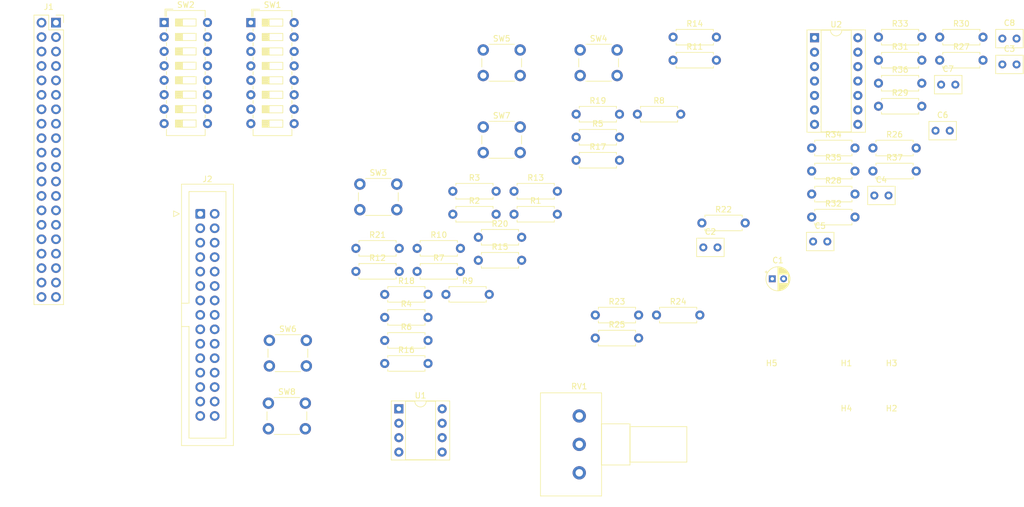
<source format=kicad_pcb>
(kicad_pcb (version 20211014) (generator pcbnew)
  (layers (0 "F.Cu" signal) (31 "B.Cu" signal) (34 "B.Paste" user) (35 "F.Paste" user) (36 "B.SilkS" user "B.Silkscreen") (37 "F.SilkS" user "F.Silkscreen") (38 "B.Mask" user) (39 "F.Mask" user) (44 "Edge.Cuts" user))
  (net 0 "")
  (net 1 "Net-(C1-Pad1)")
  (net 2 "GND")
  (net 3 "Net-(C2-Pad1)")
  (net 4 "Net-(C3-Pad1)")
  (net 5 "Net-(C4-Pad1)")
  (net 6 "Net-(C5-Pad1)")
  (net 7 "Net-(C6-Pad1)")
  (net 8 "Net-(C7-Pad1)")
  (net 9 "Net-(C8-Pad1)")
  (net 10 "/Clock/CLOCK_OUT")
  (net 11 "/TRIG2")
  (net 12 "/CLOCK_SEL")
  (net 13 "/TRIG1")
  (net 14 "Net-(J1-Pad5)")
  (net 15 "/D0")
  (net 16 "Net-(J1-Pad7)")
  (net 17 "/D1")
  (net 18 "Net-(J1-Pad9)")
  (net 19 "/D2")
  (net 20 "+5V")
  (net 21 "Net-(J1-Pad13)")
  (net 22 "/D3")
  (net 23 "Net-(J1-Pad15)")
  (net 24 "/D4")
  (net 25 "Net-(J1-Pad17)")
  (net 26 "/D5")
  (net 27 "Net-(J1-Pad19)")
  (net 28 "/D6")
  (net 29 "Net-(J1-Pad21)")
  (net 30 "/D7")
  (net 31 "Net-(J1-Pad23)")
  (net 32 "/D8")
  (net 33 "Net-(J1-Pad25)")
  (net 34 "/D9")
  (net 35 "Net-(J1-Pad27)")
  (net 36 "/D10")
  (net 37 "+3V3")
  (net 38 "Net-(J1-Pad31)")
  (net 39 "/D11")
  (net 40 "Net-(J1-Pad33)")
  (net 41 "/D12")
  (net 42 "Net-(J1-Pad35)")
  (net 43 "/D13")
  (net 44 "Net-(J1-Pad37)")
  (net 45 "/D14")
  (net 46 "Net-(J1-Pad39)")
  (net 47 "/D15")
  (net 56 "/DebounceCircuit3/DBC1")
  (net 57 "/DebounceCircuit3/DBC2")
  (net 58 "/DebounceCircuit3/DBC3")
  (net 59 "/DebounceCircuit3/DBC4")
  (net 60 "/DebounceCircuit3/DBC5")
  (net 61 "Net-(R22-Pad2)")
  (net 62 "Net-(R23-Pad2)")
  (net 63 "Net-(R24-Pad1)")
  (net 64 "/DebounceCircuit3/SW_IN_1")
  (net 65 "/DebounceCircuit3/SW_IN_2")
  (net 66 "/DebounceCircuit3/SW_IN_3")
  (net 67 "/DebounceCircuit3/SW_IN_4")
  (net 68 "/DebounceCircuit3/SW_IN_5")
  (net 69 "/DebounceCircuit3/SW_IN_6")
  (footprint "Resistor_THT:R_Axial_DIN0207_L6.3mm_D2.5mm_P7.62mm_Horizontal" (layer "F.Cu") (at 107.295199 71.59)
    (fp_text reference "R3" (at 3.81 -2.37) (layer "F.SilkS"))
    (fp_text value "10k")
    (pad "1" thru_hole circle (at 0 0) (size 1.6 1.6) (drill 0.8) (layers *.Cu *.Mask) (net 37 "+3V3"))
    (pad "2" thru_hole oval (at 7.62 0) (size 1.6 1.6) (drill 0.8) (layers *.Cu *.Mask) (net 16 "Net-(J1-Pad7)"))
  )
  (footprint "Button_Switch_THT:SW_PUSH_6mm" (layer "F.Cu") (at 74.855 108.875)
    (fp_text reference "SW8" (at 3.25 -2) (layer "F.SilkS"))
    (fp_text value "SW_SPST")
    (pad "1" thru_hole circle (at 6.5 0 90) (size 2 2) (drill 1.1) (layers *.Cu *.Mask) (net 2 "GND"))
    (pad "1" thru_hole circle (at 0 0 90) (size 2 2) (drill 1.1) (layers *.Cu *.Mask) (net 2 "GND"))
    (pad "2" thru_hole circle (at 0 4.5 90) (size 2 2) (drill 1.1) (layers *.Cu *.Mask) (net 69 "/DebounceCircuit3/SW_IN_6"))
    (pad "2" thru_hole circle (at 6.5 4.5 90) (size 2 2) (drill 1.1) (layers *.Cu *.Mask) (net 69 "/DebounceCircuit3/SW_IN_6"))
  )
  (footprint "Resistor_THT:R_Axial_DIN0207_L6.3mm_D2.5mm_P7.62mm_Horizontal" (layer "F.Cu") (at 182.175199 48.54)
    (fp_text reference "R31" (at 3.81 -2.37) (layer "F.SilkS"))
    (fp_text value "10k")
    (pad "1" thru_hole circle (at 0 0) (size 1.6 1.6) (drill 0.8) (layers *.Cu *.Mask) (net 65 "/DebounceCircuit3/SW_IN_2"))
    (pad "2" thru_hole oval (at 7.62 0) (size 1.6 1.6) (drill 0.8) (layers *.Cu *.Mask) (net 5 "Net-(C4-Pad1)"))
  )
  (footprint "Resistor_THT:R_Axial_DIN0207_L6.3mm_D2.5mm_P7.62mm_Horizontal" (layer "F.Cu") (at 182.175199 44.49)
    (fp_text reference "R33" (at 3.81 -2.37) (layer "F.SilkS"))
    (fp_text value "10k")
    (pad "1" thru_hole circle (at 0 0) (size 1.6 1.6) (drill 0.8) (layers *.Cu *.Mask) (net 67 "/DebounceCircuit3/SW_IN_4"))
    (pad "2" thru_hole oval (at 7.62 0) (size 1.6 1.6) (drill 0.8) (layers *.Cu *.Mask) (net 7 "Net-(C6-Pad1)"))
  )
  (footprint "Resistor_THT:R_Axial_DIN0207_L6.3mm_D2.5mm_P7.62mm_Horizontal" (layer "F.Cu") (at 143.13 93.375)
    (fp_text reference "R24" (at 3.81 -2.37) (layer "F.SilkS"))
    (fp_text value "10k")
    (pad "1" thru_hole circle (at 0 0) (size 1.6 1.6) (drill 0.8) (layers *.Cu *.Mask) (net 63 "Net-(R24-Pad1)"))
    (pad "2" thru_hole oval (at 7.62 0) (size 1.6 1.6) (drill 0.8) (layers *.Cu *.Mask) (net 10 "/Clock/CLOCK_OUT"))
  )
  (footprint "Resistor_THT:R_Axial_DIN0207_L6.3mm_D2.5mm_P7.62mm_Horizontal" (layer "F.Cu") (at 95.315199 101.89)
    (fp_text reference "R16" (at 3.81 -2.37) (layer "F.SilkS"))
    (fp_text value "10k")
    (pad "1" thru_hole circle (at 0 0) (size 1.6 1.6) (drill 0.8) (layers *.Cu *.Mask) (net 37 "+3V3"))
    (pad "2" thru_hole oval (at 7.62 0) (size 1.6 1.6) (drill 0.8) (layers *.Cu *.Mask) (net 46 "Net-(J1-Pad39)"))
  )
  (footprint "Resistor_THT:R_Axial_DIN0207_L6.3mm_D2.5mm_P7.62mm_Horizontal" (layer "F.Cu") (at 151.11 77.175)
    (fp_text reference "R22" (at 3.81 -2.37) (layer "F.SilkS"))
    (fp_text value "1K")
    (pad "1" thru_hole circle (at 0 0) (size 1.6 1.6) (drill 0.8) (layers *.Cu *.Mask) (net 20 "+5V"))
    (pad "2" thru_hole oval (at 7.62 0) (size 1.6 1.6) (drill 0.8) (layers *.Cu *.Mask) (net 61 "Net-(R22-Pad2)"))
  )
  (footprint "Resistor_THT:R_Axial_DIN0207_L6.3mm_D2.5mm_P7.62mm_Horizontal" (layer "F.Cu") (at 128.995199 62.09)
    (fp_text reference "R5" (at 3.81 -2.37) (layer "F.SilkS"))
    (fp_text value "10k")
    (pad "1" thru_hole circle (at 0 0) (size 1.6 1.6) (drill 0.8) (layers *.Cu *.Mask) (net 37 "+3V3"))
    (pad "2" thru_hole oval (at 7.62 0) (size 1.6 1.6) (drill 0.8) (layers *.Cu *.Mask) (net 18 "Net-(J1-Pad9)"))
  )
  (footprint "Resistor_THT:R_Axial_DIN0207_L6.3mm_D2.5mm_P7.62mm_Horizontal" (layer "F.Cu") (at 128.995199 58.04)
    (fp_text reference "R19" (at 3.81 -2.37) (layer "F.SilkS"))
    (fp_text value "1k")
    (pad "1" thru_hole circle (at 0 0) (size 1.6 1.6) (drill 0.8) (layers *.Cu *.Mask) (net 58 "/DebounceCircuit3/DBC3"))
    (pad "2" thru_hole oval (at 7.62 0) (size 1.6 1.6) (drill 0.8) (layers *.Cu *.Mask) (net 15 "/D0"))
  )
  (footprint "Resistor_THT:R_Axial_DIN0207_L6.3mm_D2.5mm_P7.62mm_Horizontal" (layer "F.Cu") (at 90.245199 85.69)
    (fp_text reference "R12" (at 3.81 -2.37) (layer "F.SilkS"))
    (fp_text value "10k")
    (pad "1" thru_hole circle (at 0 0) (size 1.6 1.6) (drill 0.8) (layers *.Cu *.Mask) (net 37 "+3V3"))
    (pad "2" thru_hole oval (at 7.62 0) (size 1.6 1.6) (drill 0.8) (layers *.Cu *.Mask) (net 42 "Net-(J1-Pad35)"))
  )
  (footprint "Resistor_THT:R_Axial_DIN0207_L6.3mm_D2.5mm_P7.62mm_Horizontal" (layer "F.Cu") (at 192.945199 48.54)
    (fp_text reference "R27" (at 3.81 -2.37) (layer "F.SilkS"))
    (fp_text value "10k")
    (pad "1" thru_hole circle (at 0 0) (size 1.6 1.6) (drill 0.8) (layers *.Cu *.Mask) (net 65 "/DebounceCircuit3/SW_IN_2"))
    (pad "2" thru_hole oval (at 7.62 0) (size 1.6 1.6) (drill 0.8) (layers *.Cu *.Mask) (net 37 "+3V3"))
  )
  (footprint "Resistor_THT:R_Axial_DIN0207_L6.3mm_D2.5mm_P7.62mm_Horizontal" (layer "F.Cu") (at 170.425199 72.09)
    (fp_text reference "R28" (at 3.81 -2.37) (layer "F.SilkS"))
    (fp_text value "10k")
    (pad "1" thru_hole circle (at 0 0) (size 1.6 1.6) (drill 0.8) (layers *.Cu *.Mask) (net 66 "/DebounceCircuit3/SW_IN_3"))
    (pad "2" thru_hole oval (at 7.62 0) (size 1.6 1.6) (drill 0.8) (layers *.Cu *.Mask) (net 37 "+3V3"))
  )
  (footprint "MountingHole:MountingHole_8.4mm_M8" (layer "F.Cu") (at 163.38 111.245)
    (fp_text reference "H5" (at 0 -9.4) (layer "F.SilkS"))
    (fp_text value "Potentiometer Hole")
    (pad "" np_thru_hole circle (at 0 0) (size 8.4 8.4) (drill 8.4) (layers *.Cu *.Mask))
  )
  (footprint "Button_Switch_THT:SW_PUSH_6mm" (layer "F.Cu") (at 112.645199 46.74)
    (fp_text reference "SW5" (at 3.25 -2) (layer "F.SilkS"))
    (fp_text value "SW_Push")
    (pad "1" thru_hole circle (at 0 0 90) (size 2 2) (drill 1.1) (layers *.Cu *.Mask) (net 2 "GND"))
    (pad "1" thru_hole circle (at 6.5 0 90) (size 2 2) (drill 1.1) (layers *.Cu *.Mask) (net 2 "GND"))
    (pad "2" thru_hole circle (at 6.5 4.5 90) (size 2 2) (drill 1.1) (layers *.Cu *.Mask) (net 66 "/DebounceCircuit3/SW_IN_3"))
    (pad "2" thru_hole circle (at 0 4.5 90) (size 2 2) (drill 1.1) (layers *.Cu *.Mask) (net 66 "/DebounceCircuit3/SW_IN_3"))
  )
  (footprint "Resistor_THT:R_Axial_DIN0207_L6.3mm_D2.5mm_P7.62mm_Horizontal" (layer "F.Cu") (at 181.195199 68.04)
    (fp_text reference "R37" (at 3.81 -2.37) (layer "F.SilkS"))
    (fp_text value "10k")
    (pad "1" thru_hole circle (at 0 0) (size 1.6 1.6) (drill 0.8) (layers *.Cu *.Mask) (net 69 "/DebounceCircuit3/SW_IN_6"))
    (pad "2" thru_hole oval (at 7.62 0) (size 1.6 1.6) (drill 0.8) (layers *.Cu *.Mask) (net 9 "Net-(C8-Pad1)"))
  )
  (footprint "Resistor_THT:R_Axial_DIN0207_L6.3mm_D2.5mm_P7.62mm_Horizontal" (layer "F.Cu") (at 101.015199 85.69)
    (fp_text reference "R7" (at 3.81 -2.37) (layer "F.SilkS"))
    (fp_text value "10k")
    (pad "1" thru_hole circle (at 0 0) (size 1.6 1.6) (drill 0.8) (layers *.Cu *.Mask) (net 37 "+3V3"))
    (pad "2" thru_hole oval (at 7.62 0) (size 1.6 1.6) (drill 0.8) (layers *.Cu *.Mask) (net 21 "Net-(J1-Pad13)"))
  )
  (footprint "Button_Switch_THT:SW_PUSH_6mm" (layer "F.Cu") (at 75.03 97.83)
    (fp_text reference "SW6" (at 3.25 -2) (layer "F.SilkS"))
    (fp_text value "SW_Push")
    (pad "1" thru_hole circle (at 6.5 0 90) (size 2 2) (drill 1.1) (layers *.Cu *.Mask) (net 2 "GND"))
    (pad "1" thru_hole circle (at 0 0 90) (size 2 2) (drill 1.1) (layers *.Cu *.Mask) (net 2 "GND"))
    (pad "2" thru_hole circle (at 0 4.5 90) (size 2 2) (drill 1.1) (layers *.Cu *.Mask) (net 67 "/DebounceCircuit3/SW_IN_4"))
    (pad "2" thru_hole circle (at 6.5 4.5 90) (size 2 2) (drill 1.1) (layers *.Cu *.Mask) (net 67 "/DebounceCircuit3/SW_IN_4"))
  )
  (footprint "Capacitor_THT:CP_Radial_D4.0mm_P2.00mm" (layer "F.Cu") (at 163.492401 86.995)
    (fp_text reference "C1" (at 1 -3.25) (layer "F.SilkS"))
    (fp_text value "1uF")
    (pad "1" thru_hole rect (at 0 0) (size 1.2 1.2) (drill 0.6) (layers *.Cu *.Mask) (net 1 "Net-(C1-Pad1)"))
    (pad "2" thru_hole circle (at 2 0) (size 1.2 1.2) (drill 0.6) (layers *.Cu *.Mask) (net 2 "GND"))
  )
  (footprint "Potentiometer_THT:Potentiometer_Alps_RK163_Single_Horizontal" (layer "F.Cu") (at 129.54 121.125)
    (fp_text reference "RV1" (at 0 -15.2) (layer "F.SilkS"))
    (fp_text value "1M")
    (pad "1" thru_hole circle (at 0 0) (size 2.34 2.34) (drill 1.3) (layers *.Cu *.Mask))
    (pad "2" thru_hole circle (at 0 -5) (size 2.34 2.34) (drill 1.3) (layers *.Cu *.Mask) (net 62 "Net-(R23-Pad2)"))
    (pad "3" thru_hole circle (at 0 -10) (size 2.34 2.34) (drill 1.3) (layers *.Cu *.Mask) (net 1 "Net-(C1-Pad1)"))
  )
  (footprint "Resistor_THT:R_Axial_DIN0207_L6.3mm_D2.5mm_P7.62mm_Horizontal" (layer "F.Cu") (at 170.425199 76.14)
    (fp_text reference "R32" (at 3.81 -2.37) (layer "F.SilkS"))
    (fp_text value "10k")
    (pad "1" thru_hole circle (at 0 0) (size 1.6 1.6) (drill 0.8) (layers *.Cu *.Mask) (net 66 "/DebounceCircuit3/SW_IN_3"))
    (pad "2" thru_hole oval (at 7.62 0) (size 1.6 1.6) (drill 0.8) (layers *.Cu *.Mask) (net 6 "Net-(C5-Pad1)"))
  )
  (footprint "Capacitor_THT:C_Rect_L4.6mm_W3.0mm_P2.50mm_MKS02_FKP02" (layer "F.Cu") (at 170.675199 80.44)
    (fp_text reference "C5" (at 1.25 -2.75) (layer "F.SilkS"))
    (fp_text value "100nF")
    (pad "1" thru_hole circle (at 0 0) (size 1.4 1.4) (drill 0.7) (layers *.Cu *.Mask) (net 6 "Net-(C5-Pad1)"))
    (pad "2" thru_hole circle (at 2.5 0) (size 1.4 1.4) (drill 0.7) (layers *.Cu *.Mask) (net 2 "GND"))
  )
  (footprint "Resistor_THT:R_Axial_DIN0207_L6.3mm_D2.5mm_P7.62mm_Horizontal" (layer "F.Cu") (at 111.785199 83.74)
    (fp_text reference "R15" (at 3.81 -2.37) (layer "F.SilkS"))
    (fp_text value "10k")
    (pad "1" thru_hole circle (at 0 0) (size 1.6 1.6) (drill 0.8) (layers *.Cu *.Mask) (net 37 "+3V3"))
    (pad "2" thru_hole oval (at 7.62 0) (size 1.6 1.6) (drill 0.8) (layers *.Cu *.Mask) (net 29 "Net-(J1-Pad21)"))
  )
  (footprint "Resistor_THT:R_Axial_DIN0207_L6.3mm_D2.5mm_P7.62mm_Horizontal" (layer "F.Cu") (at 90.245199 81.64)
    (fp_text reference "R21" (at 3.81 -2.37) (layer "F.SilkS"))
    (fp_text value "1k")
    (pad "1" thru_hole circle (at 0 0) (size 1.6 1.6) (drill 0.8) (layers *.Cu *.Mask) (net 60 "/DebounceCircuit3/DBC5"))
    (pad "2" thru_hole oval (at 7.62 0) (size 1.6 1.6) (drill 0.8) (layers *.Cu *.Mask) (net 19 "/D2"))
  )
  (footprint "Resistor_THT:R_Axial_DIN0207_L6.3mm_D2.5mm_P7.62mm_Horizontal" (layer "F.Cu") (at 182.175199 52.59)
    (fp_text reference "R36" (at 3.81 -2.37) (layer "F.SilkS"))
    (fp_text value "10k")
    (pad "1" thru_hole circle (at 0 0) (size 1.6 1.6) (drill 0.8) (layers *.Cu *.Mask) (net 68 "/DebounceCircuit3/SW_IN_5"))
    (pad "2" thru_hole oval (at 7.62 0) (size 1.6 1.6) (drill 0.8) (layers *.Cu *.Mask) (net 8 "Net-(C7-Pad1)"))
  )
  (footprint "Resistor_THT:R_Axial_DIN0207_L6.3mm_D2.5mm_P7.62mm_Horizontal" (layer "F.Cu") (at 132.36 93.375)
    (fp_text reference "R23" (at 3.81 -2.37) (layer "F.SilkS"))
    (fp_text value "1K")
    (pad "1" thru_hole circle (at 0 0) (size 1.6 1.6) (drill 0.8) (layers *.Cu *.Mask) (net 61 "Net-(R22-Pad2)"))
    (pad "2" thru_hole oval (at 7.62 0) (size 1.6 1.6) (drill 0.8) (layers *.Cu *.Mask) (net 62 "Net-(R23-Pad2)"))
  )
  (footprint "Resistor_THT:R_Axial_DIN0207_L6.3mm_D2.5mm_P7.62mm_Horizontal" (layer "F.Cu") (at 106.085199 89.74)
    (fp_text reference "R9" (at 3.81 -2.37) (layer "F.SilkS"))
    (fp_text value "10k")
    (pad "1" thru_hole circle (at 0 0) (size 1.6 1.6) (drill 0.8) (layers *.Cu *.Mask) (net 37 "+3V3"))
    (pad "2" thru_hole oval (at 7.62 0) (size 1.6 1.6) (drill 0.8) (layers *.Cu *.Mask) (net 23 "Net-(J1-Pad15)"))
  )
  (footprint "MountingHole:MountingHole_3.2mm_M3" (layer "F.Cu") (at 176.53 113.995)
    (fp_text reference "H4" (at 0 -4.2) (layer "F.SilkS"))
    (fp_text value "MountingHole")
    (pad "" np_thru_hole circle (at 0 0) (size 3.2 3.2) (drill 3.2) (layers *.Cu *.Mask))
  )
  (footprint "Resistor_THT:R_Axial_DIN0207_L6.3mm_D2.5mm_P7.62mm_Horizontal" (layer "F.Cu") (at 95.315199 97.84)
    (fp_text reference "R6" (at 3.81 -2.37) (layer "F.SilkS"))
    (fp_text value "10k")
    (pad "1" thru_hole circle (at 0 0) (size 1.6 1.6) (drill 0.8) (layers *.Cu *.Mask) (net 37 "+3V3"))
    (pad "2" thru_hole oval (at 7.62 0) (size 1.6 1.6) (drill 0.8) (layers *.Cu *.Mask) (net 35 "Net-(J1-Pad27)"))
  )
  (footprint "Resistor_THT:R_Axial_DIN0207_L6.3mm_D2.5mm_P7.62mm_Horizontal" (layer "F.Cu") (at 95.315199 89.74)
    (fp_text reference "R18" (at 3.81 -2.37) (layer "F.SilkS"))
    (fp_text value "1k")
    (pad "1" thru_hole circle (at 0 0) (size 1.6 1.6) (drill 0.8) (layers *.Cu *.Mask) (net 57 "/DebounceCircuit3/DBC2"))
    (pad "2" thru_hole oval (at 7.62 0) (size 1.6 1.6) (drill 0.8) (layers *.Cu *.Mask) (net 11 "/TRIG2"))
  )
  (footprint "Button_Switch_THT:SW_DIP_SPSTx08_Slide_6.7x21.88mm_W7.62mm_P2.54mm_LowProfile" (layer "F.Cu") (at 56.515 41.91)
    (fp_text reference "SW2" (at 3.81 -3.11) (layer "F.SilkS"))
    (fp_text value "SW_DIP_x08")
    (pad "1" thru_hole rect (at 0 0) (size 1.6 1.6) (drill 0.8) (layers *.Cu *.Mask) (net 2 "GND"))
    (pad "2" thru_hole oval (at 0 2.54) (size 1.6 1.6) (drill 0.8) (layers *.Cu *.Mask) (net 2 "GND"))
    (pad "3" thru_hole oval (at 0 5.08) (size 1.6 1.6) (drill 0.8) (layers *.Cu *.Mask) (net 2 "GND"))
    (pad "4" thru_hole oval (at 0 7.62) (size 1.6 1.6) (drill 0.8) (layers *.Cu *.Mask) (net 2 "GND"))
    (pad "5" thru_hole oval (at 0 10.16) (size 1.6 1.6) (drill 0.8) (layers *.Cu *.Mask) (net 2 "GND"))
    (pad "6" thru_hole oval (at 0 12.7) (size 1.6 1.6) (drill 0.8) (layers *.Cu *.Mask) (net 2 "GND"))
    (pad "7" thru_hole oval (at 0 15.24) (size 1.6 1.6) (drill 0.8) (layers *.Cu *.Mask) (net 2 "GND"))
    (pad "8" thru_hole oval (at 0 17.78) (size 1.6 1.6) (drill 0.8) (layers *.Cu *.Mask) (net 2 "GND"))
    (pad "9" thru_hole oval (at 7.62 17.78) (size 1.6 1.6) (drill 0.8) (layers *.Cu *.Mask) (net 46 "Net-(J1-Pad39)"))
    (pad "10" thru_hole oval (at 7.62 15.24) (size 1.6 1.6) (drill 0.8) (layers *.Cu *.Mask) (net 44 "Net-(J1-Pad37)"))
    (pad "11" thru_hole oval (at 7.62 12.7) (size 1.6 1.6) (drill 0.8) (layers *.Cu *.Mask) (net 42 "Net-(J1-Pad35)"))
    (pad "12" thru_hole oval (at 7.62 10.16) (size 1.6 1.6) (drill 0.8) (layers *.Cu *.Mask) (net 40 "Net-(J1-Pad33)"))
    (pad "13" thru_hole oval (at 7.62 7.62) (size 1.6 1.6) (drill 0.8) (layers *.Cu *.Mask) (net 38 "Net-(J1-Pad31)"))
    (pad "14" thru_hole oval (at 7.62 5.08) (size 1.6 1.6) (drill 0.8) (layers *.Cu *.Mask) (net 35 "Net-(J1-Pad27)"))
    (pad "15" thru_hole oval (at 7.62 2.54) (size 1.6 1.6) (drill 0.8) (layers *.Cu *.Mask) (net 33 "Net-(J1-Pad25)"))
    (pad "16" thru_hole oval (at 7.62 0) (size 1.6 1.6) (drill 0.8) (layers *.Cu *.Mask) (net 31 "Net-(J1-Pad23)"))
  )
  (footprint "Resistor_THT:R_Axial_DIN0207_L6.3mm_D2.5mm_P7.62mm_Horizontal" (layer "F.Cu") (at 170.425199 63.99)
    (fp_text reference "R34" (at 3.81 -2.37) (layer "F.SilkS"))
    (fp_text value "10k")
    (pad "1" thru_hole circle (at 0 0) (size 1.6 1.6) (drill 0.8) (layers *.Cu *.Mask) (net 68 "/DebounceCircuit3/SW_IN_5"))
    (pad "2" thru_hole oval (at 7.62 0) (size 1.6 1.6) (drill 0.8) (layers *.Cu *.Mask) (net 37 "+3V3"))
  )
  (footprint "Button_Switch_THT:SW_PUSH_6mm" (layer "F.Cu") (at 112.645199 60.29)
    (fp_text reference "SW7" (at 3.25 -2) (layer "F.SilkS"))
    (fp_text value "SW_Push")
    (pad "1" thru_hole circle (at 0 0 90) (size 2 2) (drill 1.1) (layers *.Cu *.Mask) (net 2 "GND"))
    (pad "1" thru_hole circle (at 6.5 0 90) (size 2 2) (drill 1.1) (layers *.Cu *.Mask) (net 2 "GND"))
    (pad "2" thru_hole circle (at 6.5 4.5 90) (size 2 2) (drill 1.1) (layers *.Cu *.Mask) (net 68 "/DebounceCircuit3/SW_IN_5"))
    (pad "2" thru_hole circle (at 0 4.5 90) (size 2 2) (drill 1.1) (layers *.Cu *.Mask) (net 68 "/DebounceCircuit3/SW_IN_5"))
  )
  (footprint "Capacitor_THT:C_Rect_L4.6mm_W3.0mm_P2.50mm_MKS02_FKP02" (layer "F.Cu") (at 151.36 81.475)
    (fp_text reference "C2" (at 1.25 -2.75) (layer "F.SilkS"))
    (fp_text value "10nF")
    (pad "1" thru_hole circle (at 0 0) (size 1.4 1.4) (drill 0.7) (layers *.Cu *.Mask) (net 3 "Net-(C2-Pad1)"))
    (pad "2" thru_hole circle (at 2.5 0) (size 1.4 1.4) (drill 0.7) (layers *.Cu *.Mask) (net 2 "GND"))
  )
  (footprint "MountingHole:MountingHole_3.2mm_M3" (layer "F.Cu") (at 176.53 106.045)
    (fp_text reference "H1" (at 0 -4.2) (layer "F.SilkS"))
    (fp_text value "MountingHole")
    (pad "" np_thru_hole circle (at 0 0) (size 3.2 3.2) (drill 3.2) (layers *.Cu *.Mask))
  )
  (footprint "Resistor_THT:R_Axial_DIN0207_L6.3mm_D2.5mm_P7.62mm_Horizontal" (layer "F.Cu") (at 192.945199 44.49)
    (fp_text reference "R30" (at 3.81 -2.37) (layer "F.SilkS"))
    (fp_text value "10k")
    (pad "1" thru_hole circle (at 0 0) (size 1.6 1.6) (drill 0.8) (layers *.Cu *.Mask) (net 64 "/DebounceCircuit3/SW_IN_1"))
    (pad "2" thru_hole oval (at 7.62 0) (size 1.6 1.6) (drill 0.8) (layers *.Cu *.Mask) (net 4 "Net-(C3-Pad1)"))
  )
  (footprint "Resistor_THT:R_Axial_DIN0207_L6.3mm_D2.5mm_P7.62mm_Horizontal" (layer "F.Cu") (at 107.295199 75.64)
    (fp_text reference "R2" (at 3.81 -2.37) (layer "F.SilkS"))
    (fp_text value "10k")
    (pad "1" thru_hole circle (at 0 0) (size 1.6 1.6) (drill 0.8) (layers *.Cu *.Mask) (net 37 "+3V3"))
    (pad "2" thru_hole oval (at 7.62 0) (size 1.6 1.6) (drill 0.8) (layers *.Cu *.Mask) (net 31 "Net-(J1-Pad23)"))
  )
  (footprint "Resistor_THT:R_Axial_DIN0207_L6.3mm_D2.5mm_P7.62mm_Horizontal" (layer "F.Cu") (at 128.995199 66.14)
    (fp_text reference "R17" (at 3.81 -2.37) (layer "F.SilkS"))
    (fp_text value "1k")
    (pad "1" thru_hole circle (at 0 0) (size 1.6 1.6) (drill 0.8) (layers *.Cu *.Mask) (net 56 "/DebounceCircuit3/DBC1"))
    (pad "2" thru_hole oval (at 7.62 0) (size 1.6 1.6) (drill 0.8) (layers *.Cu *.Mask) (net 13 "/TRIG1"))
  )
  (footprint "Connector_PinSocket_2.54mm:PinSocket_2x20_P2.54mm_Vertical" (layer "F.Cu") (at 37.485 41.94)
    (fp_text reference "J1" (at -1.27 -2.77) (layer "F.SilkS"))
    (fp_text value "Conn_02x20_Odd_Even")
    (pad "1" thru_hole rect (at 0 0) (size 1.7 1.7) (drill 1) (layers *.Cu *.Mask) (net 10 "/Clock/CLOCK_OUT"))
    (pad "2" thru_hole oval (at -2.54 0) (size 1.7 1.7) (drill 1) (layers *.Cu *.Mask) (net 11 "/TRIG2"))
    (pad "3" thru_hole oval (at 0 2.54) (size 1.7 1.7) (drill 1) (layers *.Cu *.Mask) (net 12 "/CLOCK_SEL"))
    (pad "4" thru_hole oval (at -2.54 2.54) (size 1.7 1.7) (drill 1) (layers *.Cu *.Mask) (net 13 "/TRIG1"))
    (pad "5" thru_hole oval (at 0 5.08) (size 1.7 1.7) (drill 1) (layers *.Cu *.Mask) (net 14 "Net-(J1-Pad5)"))
    (pad "6" thru_hole oval (at -2.54 5.08) (size 1.7 1.7) (drill 1) (layers *.Cu *.Mask) (net 15 "/D0"))
    (pad "7" thru_hole oval (at 0 7.62) (size 1.7 1.7) (drill 1) (layers *.Cu *.Mask) (net 16 "Net-(J1-Pad7)"))
    (pad "8" thru_hole oval (at -2.54 7.62) (size 1.7 1.7) (drill 1) (layers *.Cu *.Mask) (net 17 "/D1"))
    (pad "9" thru_hole oval (at 0 10.16) (size 1.7 1.7) (drill 1) (layers *.Cu *.Mask) (net 18 "Net-(J1-Pad9)"))
    (pad "10" thru_hole oval (at -2.54 10.16) (size 1.7 1.7) (drill 1) (layers *.Cu *.Mask) (net 19 "/D2"))
    (pad "11" thru_hole oval (at 0 12.7) (size 1.7 1.7) (drill 1) (layers *.Cu *.Mask) (net 20 "+5V"))
    (pad "12" thru_hole oval (at -2.54 12.7) (size 1.7 1.7) (drill 1) (layers *.Cu *.Mask) (net 2 "GND"))
    (pad "13" thru_hole oval (at 0 15.24) (size 1.7 1.7) (drill 1) (layers *.Cu *.Mask) (net 21 "Net-(J1-Pad13)"))
    (pad "14" thru_hole oval (at -2.54 15.24) (size 1.7 1.7) (drill 1) (layers *.Cu *.Mask) (net 22 "/D3"))
    (pad "15" thru_hole oval (at 0 17.78) (size 1.7 1.7) (drill 1) (layers *.Cu *.Mask) (net 23 "Net-(J1-Pad15)"))
    (pad "16" thru_hole oval (at -2.54 17.78) (size 1.7 1.7) (drill 1) (layers *.Cu *.Mask) (net 24 "/D4"))
    (pad "17" thru_hole oval (at 0 20.32) (size 1.7 1.7) (drill 1) (layers *.Cu *.Mask) (net 25 "Net-(J1-Pad17)"))
    (pad "18" thru_hole oval (at -2.54 20.32) (size 1.7 1.7) (drill 1) (layers *.Cu *.Mask) (net 26 "/D5"))
    (pad "19" thru_hole oval (at 0 22.86) (size 1.7 1.7) (drill 1) (layers *.Cu *.Mask) (net 27 "Net-(J1-Pad19)"))
    (pad "20" thru_hole oval (at -2.54 22.86) (size 1.7 1.7) (drill 1) (layers *.Cu *.Mask) (net 28 "/D6"))
    (pad "21" thru_hole oval (at 0 25.4) (size 1.7 1.7) (drill 1) (layers *.Cu *.Mask) (net 29 "Net-(J1-Pad21)"))
    (pad "22" thru_hole oval (at -2.54 25.4) (size 1.7 1.7) (drill 1) (layers *.Cu *.Mask) (net 30 "/D7"))
    (pad "23" thru_hole oval (at 0 27.94) (size 1.7 1.7) (drill 1) (layers *.Cu *.Mask) (net 31 "Net-(J1-Pad23)"))
    (pad "24" thru_hole oval (at -2.54 27.94) (size 1.7 1.7) (drill 1) (layers *.Cu *.Mask) (net 32 "/D8"))
    (pad "25" thru_hole oval (at 0 30.48) (size 1.7 1.7) (drill 1) (layers *.Cu *.Mask) (net 33 "Net-(J1-Pad25)"))
    (pad "26" thru_hole oval (at -2.54 30.48) (size 1.7 1.7) (drill 1) (layers *.Cu *.Mask) (net 34 "/D9"))
    (pad "27" thru_hole oval (at 0 33.02) (size 1.7 1.7) (drill 1) (layers *.Cu *.Mask) (net 35 "Net-(J1-Pad27)"))
    (pad "28" thru_hole oval (at -2.54 33.02) (size 1.7 1.7) (drill 1) (layers *.Cu *.Mask) (net 36 "/D10"))
    (pad "29" thru_hole oval (at 0 35.56) (size 1.7 1.7) (drill 1) (layers *.Cu *.Mask) (net 37 "+3V3"))
    (pad "30" thru_hole oval (at -2.54 35.56) (size 1.7 1.7) (drill 1) (layers *.Cu *.Mask) (net 2 "GND"))
    (pad "31" thru_hole oval (at 0 38.1) (size 1.7 1.7) (drill 1) (layers *.Cu *.Mask) (net 38 "Net-(J1-Pad31)"))
    (pad "32" thru_hole oval (at -2.54 38.1) (size 1.7 1.7) (drill 1) (layers *.Cu *.Mask) (net 39 "/D11"))
    (pad "33" thru_hole oval (at 0 40.64) (size 1.7 1.7) (drill 1) (layers *.Cu *.Mask) (net 40 "Net-(J1-Pad33)"))
    (pad "34" thru_hole oval (at -2.54 40.64) (size 1.7 1.7) (drill 1) (layers *.Cu *.Mask) (net 41 "/D12"))
    (pad "35" thru_hole oval (at 0 43.18) (size 1.7 1.7) (drill 1) (layers *.Cu *.Mask) (net 42 "Net-(J1-Pad35)"))
    (pad "36" thru_hole oval (at -2.54 43.18) (size 1.7 1.7) (drill 1) (layers *.Cu *.Mask) (net 43 "/D13"))
    (pad "37" thru_hole oval (at 0 45.72) (size 1.7 1.7) (drill 1) (layers *.Cu *.Mask) (net 44 "Net-(J1-Pad37)"))
    (pad "38" thru_hole oval (at -2.54 45.72) (size 1.7 1.7) (drill 1) (layers *.Cu *.Mask) (net 45 "/D14"))
    (pad "39" thru_hole oval (at 0 48.26) (size 1.7 1.7) (drill 1) (layers *.Cu *.Mask) (net 46 "Net-(J1-Pad39)"))
    (pad "40" thru_hole oval (at -2.54 48.26) (size 1.7 1.7) (drill 1) (layers *.Cu *.Mask) (net 47 "/D15"))
  )
  (footprint "Capacitor_THT:C_Rect_L4.6mm_W3.0mm_P2.50mm_MKS02_FKP02" (layer "F.Cu") (at 203.965199 44.74)
    (fp_text reference "C8" (at 1.25 -2.75) (layer "F.SilkS"))
    (fp_text value "100nF")
    (pad "1" thru_hole circle (at 0 0) (size 1.4 1.4) (drill 0.7) (layers *.Cu *.Mask) (net 9 "Net-(C8-Pad1)"))
    (pad "2" thru_hole circle (at 2.5 0) (size 1.4 1.4) (drill 0.7) (layers *.Cu *.Mask) (net 2 "GND"))
  )
  (footprint "Resistor_THT:R_Axial_DIN0207_L6.3mm_D2.5mm_P7.62mm_Horizontal" (layer "F.Cu") (at 111.785199 79.69)
    (fp_text reference "R20" (at 3.81 -2.37) (layer "F.SilkS"))
    (fp_text value "1k")
    (pad "1" thru_hole circle (at 0 0) (size 1.6 1.6) (drill 0.8) (layers *.Cu *.Mask) (net 59 "/DebounceCircuit3/DBC4"))
    (pad "2" thru_hole oval (at 7.62 0) (size 1.6 1.6) (drill 0.8) (layers *.Cu *.Mask) (net 17 "/D1"))
  )
  (footprint "Capacitor_THT:C_Rect_L4.6mm_W3.0mm_P2.50mm_MKS02_FKP02" (layer "F.Cu") (at 203.965199 49.29)
    (fp_text reference "C3" (at 1.25 -2.75) (layer "F.SilkS"))
    (fp_text value "100nF")
    (pad "1" thru_hole circle (at 0 0) (size 1.4 1.4) (drill 0.7) (layers *.Cu *.Mask) (net 4 "Net-(C3-Pad1)"))
    (pad "2" thru_hole circle (at 2.5 0) (size 1.4 1.4) (drill 0.7) (layers *.Cu *.Mask) (net 2 "GND"))
  )
  (footprint "Button_Switch_THT:SW_DIP_SPSTx08_Slide_6.7x21.88mm_W7.62mm_P2.54mm_LowProfile" (layer "F.Cu") (at 71.765 41.925)
    (fp_text reference "SW1" (at 3.81 -3.11) (layer "F.SilkS"))
    (fp_text value "SW_DIP_x08")
    (pad "1" thru_hole rect (at 0 0) (size 1.6 1.6) (drill 0.8) (layers *.Cu *.Mask) (net 2 "GND"))
    (pad "2" thru_hole oval (at 0 2.54) (size 1.6 1.6) (drill 0.8) (layers *.Cu *.Mask) (net 2 "GND"))
    (pad "3" thru_hole oval (at 0 5.08) (size 1.6 1.6) (drill 0.8) (layers *.Cu *.Mask) (net 2 "GND"))
    (pad "4" thru_hole oval (at 0 7.62) (size 1.6 1.6) (drill 0.8) (layers *.Cu *.Mask) (net 2 "GND"))
    (pad "5" thru_hole oval (at 0 10.16) (size 1.6 1.6) (drill 0.8) (layers *.Cu *.Mask) (net 2 "GND"))
    (pad "6" thru_hole oval (at 0 12.7) (size 1.6 1.6) (drill 0.8) (layers *.Cu *.Mask) (net 2 "GND"))
    (pad "7" thru_hole oval (at 0 15.24) (size 1.6 1.6) (drill 0.8) (layers *.Cu *.Mask) (net 2 "GND"))
    (pad "8" thru_hole oval (at 0 17.78) (size 1.6 1.6) (drill 0.8) (layers *.Cu *.Mask) (net 2 "GND"))
    (pad "9" thru_hole oval (at 7.62 17.78) (size 1.6 1.6) (drill 0.8) (layers *.Cu *.Mask) (net 29 "Net-(J1-Pad21)"))
    (pad "10" thru_hole oval (at 7.62 15.24) (size 1.6 1.6) (drill 0.8) (layers *.Cu *.Mask) (net 27 "Net-(J1-Pad19)"))
    (pad "11" thru_hole oval (at 7.62 12.7) (size 1.6 1.6) (drill 0.8) (layers *.Cu *.Mask) (net 25 "Net-(J1-Pad17)"))
    (pad "12" thru_hole oval (at 7.62 10.16) (size 1.6 1.6) (drill 0.8) (layers *.Cu *.Mask) (net 23 "Net-(J1-Pad15)"))
    (pad "13" thru_hole oval (at 7.62 7.62) (size 1.6 1.6) (drill 0.8) (layers *.Cu *.Mask) (net 21 "Net-(J1-Pad13)"))
    (pad "14" thru_hole oval (at 7.62 5.08) (size 1.6 1.6) (drill 0.8) (layers *.Cu *.Mask) (net 18 "Net-(J1-Pad9)"))
    (pad "15" thru_hole oval (at 7.62 2.54) (size 1.6 1.6) (drill 0.8) (layers *.Cu *.Mask) (net 16 "Net-(J1-Pad7)"))
    (pad "16" thru_hole oval (at 7.62 0) (size 1.6 1.6) (drill 0.8) (layers *.Cu *.Mask) (net 14 "Net-(J1-Pad5)"))
  )
  (footprint "Resistor_THT:R_Axial_DIN0207_L6.3mm_D2.5mm_P7.62mm_Horizontal" (layer "F.Cu") (at 101.015199 81.64)
    (fp_text reference "R10" (at 3.81 -2.37) (layer "F.SilkS"))
    (fp_text value "10k")
    (pad "1" thru_hole circle (at 0 0) (size 1.6 1.6) (drill 0.8) (layers *.Cu *.Mask) (net 37 "+3V3"))
    (pad "2" thru_hole oval (at 7.62 0) (size 1.6 1.6) (drill 0.8) (layers *.Cu *.Mask) (net 40 "Net-(J1-Pad33)"))
  )
  (footprint "Package_DIP:DIP-14_W7.62mm_Socket" (layer "F.Cu") (at 170.925199 44.59)
    (fp_text reference "U2" (at 3.81 -2.33) (layer "F.SilkS"))
    (fp_text value "74HC14")
    (pad "1" thru_hole rect (at 0 0) (size 1.6 1.6) (drill 0.8) (layers *.Cu *.Mask) (net 4 "Net-(C3-Pad1)"))
    (pad "2" thru_hole oval (at 0 2.54) (size 1.6 1.6) (drill 0.8) (layers *.Cu *.Mask) (net 56 "/DebounceCircuit3/DBC1"))
    (pad "3" thru_hole oval (at 0 5.08) (size 1.6 1.6) (drill 0.8) (layers *.Cu *.Mask) (net 5 "Net-(C4-Pad1)"))
    (pad "4" thru_hole oval (at 0 7.62) (size 1.6 1.6) (drill 0.8) (layers *.Cu *.Mask) (net 57 "/DebounceCircuit3/DBC2"))
    (pad "5" thru_hole oval (at 0 10.16) (size 1.6 1.6) (drill 0.8) (layers *.Cu *.Mask) (net 6 "Net-(C5-Pad1)"))
    (pad "6" thru_hole oval (at 0 12.7) (size 1.6 1.6) (drill 0.8) (layers *.Cu *.Mask) (net 58 "/DebounceCircuit3/DBC3"))
    (pad "7" thru_hole oval (at 0 15.24) (size 1.6 1.6) (drill 0.8) (layers *.Cu *.Mask) (net 2 "GND"))
    (pad "8" thru_hole oval (at 7.62 15.24) (size 1.6 1.6) (drill 0.8) (layers *.Cu *.Mask) (net 59 "/DebounceCircuit3/DBC4"))
    (pad "9" thru_hole oval (at 7.62 12.7) (size 1.6 1.6) (drill 0.8) (layers *.Cu *.Mask) (net 7 "Net-(C6-Pad1)"))
    (pad "10" thru_hole oval (at 7.62 10.16) (size 1.6 1.6) (drill 0.8) (layers *.Cu *.Mask) (net 60 "/DebounceCircuit3/DBC5"))
    (pad "11" thru_hole oval (at 7.62 7.62) (size 1.6 1.6) (drill 0.8) (layers *.Cu *.Mask) (net 8 "Net-(C7-Pad1)"))
    (pad "12" thru_hole oval (at 7.62 5.08) (size 1.6 1.6) (drill 0.8) (layers *.Cu *.Mask) (net 12 "/CLOCK_SEL"))
    (pad "13" thru_hole oval (at 7.62 2.54) (size 1.6 1.6) (drill 0.8) (layers *.Cu *.Mask) (net 9 "Net-(C8-Pad1)"))
    (pad "14" thru_hole oval (at 7.62 0) (size 1.6 1.6) (drill 0.8) (layers *.Cu *.Mask) (net 37 "+3V3"))
  )
  (footprint "Connector_IDC:IDC-Header_2x15_P2.54mm_Vertical" (layer "F.Cu") (at 62.865 75.565)
    (fp_text reference "J2" (at 1.27 -6.1) (layer "F.SilkS"))
    (fp_text value "Analog Discovery 2")
    (pad "1" thru_hole roundrect (at 0 0) (size 1.7 1.7) (drill 1) (layers *.Cu *.Mask) (roundrect_rratio 0.147059) (net 30 "/D7"))
    (pad "2" thru_hole circle (at 2.54 0) (size 1.7 1.7) (drill 1) (layers *.Cu *.Mask) (net 47 "/D15"))
    (pad "3" thru_hole circle (at 0 2.54) (size 1.7 1.7) (drill 1) (layers *.Cu *.Mask) (net 28 "/D6"))
    (pad "4" thru_hole circle (at 2.54 2.54) (size 1.7 1.7) (drill 1) (layers *.Cu *.Mask) (net 45 "/D14"))
    (pad "5" thru_hole circle (at 0 5.08) (size 1.7 1.7) (drill 1) (layers *.Cu *.Mask) (net 26 "/D5"))
    (pad "6" thru_hole circle (at 2.54 5.08) (size 1.7 1.7) (drill 1) (layers *.Cu *.Mask) (net 43 "/D13"))
    (pad "7" thru_hole circle (at 0 7.62) (size 1.7 1.7) (drill 1) (layers *.Cu *.Mask) (net 24 "/D4"))
    (pad "8" thru_hole circle (at 2.54 7.62) (size 1.7 1.7) (drill 1) (layers *.Cu *.Mask) (net 41 "/D12"))
    (pad "9" thru_hole circle (at 0 10.16) (size 1.7 1.7) (drill 1) (layers *.Cu *.Mask) (net 22 "/D3"))
    (pad "10" thru_hole circle (at 2.54 10.16) (size 1.7 1.7) (drill 1) (layers *.Cu *.Mask) (net 39 "/D11"))
    (pad "11" thru_hole circle (at 0 12.7) (size 1.7 1.7) (drill 1) (layers *.Cu *.Mask) (net 19 "/D2"))
    (pad "12" thru_hole circle (at 2.54 12.7) (size 1.7 1.7) (drill 1) (layers *.Cu *.Mask) (net 36 "/D10"))
    (pad "13" thru_hole circle (at 0 15.24) (size 1.7 1.7) (drill 1) (layers *.Cu *.Mask) (net 17 "/D1"))
    (pad "14" thru_hole circle (at 2.54 15.24) (size 1.7 1.7) (drill 1) (layers *.Cu *.Mask) (net 34 "/D9"))
    (pad "15" thru_hole circle (at 0 17.78) (size 1.7 1.7) (drill 1) (layers *.Cu *.Mask) (net 15 "/D0"))
    (pad "16" thru_hole circle (at 2.54 17.78) (size 1.7 1.7) (drill 1) (layers *.Cu *.Mask) (net 32 "/D8"))
    (pad "17" thru_hole circle (at 0 20.32) (size 1.7 1.7) (drill 1) (layers *.Cu *.Mask) (net 13 "/TRIG1"))
    (pad "18" thru_hole circle (at 2.54 20.32) (size 1.7 1.7) (drill 1) (layers *.Cu *.Mask) (net 11 "/TRIG2"))
    (pad "19" thru_hole circle (at 0 22.86) (size 1.7 1.7) (drill 1) (layers *.Cu *.Mask) (net 2 "GND"))
    (pad "20" thru_hole circle (at 2.54 22.86) (size 1.7 1.7) (drill 1) (layers *.Cu *.Mask) (net 2 "GND"))
    (pad "21" thru_hole circle (at 0 25.4) (size 1.7 1.7) (drill 1) (layers *.Cu *.Mask))
    (pad "22" thru_hole circle (at 2.54 25.4) (size 1.7 1.7) (drill 1) (layers *.Cu *.Mask))
    (pad "23" thru_hole circle (at 0 27.94) (size 1.7 1.7) (drill 1) (layers *.Cu *.Mask))
    (pad "24" thru_hole circle (at 2.54 27.94) (size 1.7 1.7) (drill 1) (layers *.Cu *.Mask))
    (pad "25" thru_hole circle (at 0 30.48) (size 1.7 1.7) (drill 1) (layers *.Cu *.Mask) (net 2 "GND"))
    (pad "26" thru_hole circle (at 2.54 30.48) (size 1.7 1.7) (drill 1) (layers *.Cu *.Mask) (net 2 "GND"))
    (pad "27" thru_hole circle (at 0 33.02) (size 1.7 1.7) (drill 1) (layers *.Cu *.Mask))
    (pad "28" thru_hole circle (at 2.54 33.02) (size 1.7 1.7) (drill 1) (layers *.Cu *.Mask))
    (pad "29" thru_hole circle (at 0 35.56) (size 1.7 1.7) (drill 1) (layers *.Cu *.Mask))
    (pad "30" thru_hole circle (at 2.54 35.56) (size 1.7 1.7) (drill 1) (layers *.Cu *.Mask))
  )
  (footprint "Resistor_THT:R_Axial_DIN0207_L6.3mm_D2.5mm_P7.62mm_Horizontal" (layer "F.Cu") (at 132.36 97.425)
    (fp_text reference "R25" (at 3.81 -2.37) (layer "F.SilkS"))
    (fp_text value "20k")
    (pad "1" thru_hole circle (at 0 0) (size 1.6 1.6) (drill 0.8) (layers *.Cu *.Mask) (net 2 "GND"))
    (pad "2" thru_hole oval (at 7.62 0) (size 1.6 1.6) (drill 0.8) (layers *.Cu *.Mask) (net 10 "/Clock/CLOCK_OUT"))
  )
  (footprint "Resistor_THT:R_Axial_DIN0207_L6.3mm_D2.5mm_P7.62mm_Horizontal" (layer "F.Cu") (at 170.425199 68.04)
    (fp_text reference "R35" (at 3.81 -2.37) (layer "F.SilkS"))
    (fp_text value "10k")
    (pad "1" thru_hole circle (at 0 0) (size 1.6 1.6) (drill 0.8) (layers *.Cu *.Mask) (net 69 "/DebounceCircuit3/SW_IN_6"))
    (pad "2" thru_hole oval (at 7.62 0) (size 1.6 1.6) (drill 0.8) (layers *.Cu *.Mask) (net 37 "+3V3"))
  )
  (footprint "MountingHole:MountingHole_3.2mm_M3" (layer "F.Cu") (at 184.48 113.995)
    (fp_text reference "H2" (at 0 -4.2) (layer "F.SilkS"))
    (fp_text value "MountingHole")
    (pad "" np_thru_hole circle (at 0 0) (size 3.2 3.2) (drill 3.2) (layers *.Cu *.Mask))
  )
  (footprint "Capacitor_THT:C_Rect_L4.6mm_W3.0mm_P2.50mm_MKS02_FKP02" (layer "F.Cu") (at 193.195199 52.84)
    (fp_text reference "C7" (at 1.25 -2.75) (layer "F.SilkS"))
    (fp_text value "100nF")
    (pad "1" thru_hole circle (at 0 0) (size 1.4 1.4) (drill 0.7) (layers *.Cu *.Mask) (net 8 "Net-(C7-Pad1)"))
    (pad "2" thru_hole circle (at 2.5 0) (size 1.4 1.4) (drill 0.7) (layers *.Cu *.Mask) (net 2 "GND"))
  )
  (footprint "Capacitor_THT:C_Rect_L4.6mm_W3.0mm_P2.50mm_MKS02_FKP02" (layer "F.Cu") (at 192.215199 60.94)
    (fp_text reference "C6" (at 1.25 -2.75) (layer "F.SilkS"))
    (fp_text value "100nF")
    (pad "1" thru_hole circle (at 0 0) (size 1.4 1.4) (drill 0.7) (layers *.Cu *.Mask) (net 7 "Net-(C6-Pad1)"))
    (pad "2" thru_hole circle (at 2.5 0) (size 1.4 1.4) (drill 0.7) (layers *.Cu *.Mask) (net 2 "GND"))
  )
  (footprint "Resistor_THT:R_Axial_DIN0207_L6.3mm_D2.5mm_P7.62mm_Horizontal" (layer "F.Cu") (at 181.195199 63.99)
    (fp_text reference "R26" (at 3.81 -2.37) (layer "F.SilkS"))
    (fp_text value "10k")
    (pad "1" thru_hole circle (at 0 0) (size 1.6 1.6) (drill 0.8) (layers *.Cu *.Mask) (net 64 "/DebounceCircuit3/SW_IN_1"))
    (pad "2" thru_hole oval (at 7.62 0) (size 1.6 1.6) (drill 0.8) (layers *.Cu *.Mask) (net 37 "+3V3"))
  )
  (footprint "Resistor_THT:R_Axial_DIN0207_L6.3mm_D2.5mm_P7.62mm_Horizontal" (layer "F.Cu") (at 118.065199 71.59)
    (fp_text reference "R13" (at 3.81 -2.37) (layer "F.SilkS"))
    (fp_text value "10k")
    (pad "1" thru_hole circle (at 0 0) (size 1.6 1.6) (drill 0.8) (layers *.Cu *.Mask) (net 37 "+3V3"))
    (pad "2" thru_hole oval (at 7.62 0) (size 1.6 1.6) (drill 0.8) (layers *.Cu *.Mask) (net 27 "Net-(J1-Pad19)"))
  )
  (footprint "Resistor_THT:R_Axial_DIN0207_L6.3mm_D2.5mm_P7.62mm_Horizontal" (layer "F.Cu") (at 146.045199 48.54)
    (fp_text reference "R11" (at 3.81 -2.37) (layer "F.SilkS"))
    (fp_text value "10k")
    (pad "1" thru_hole circle (at 0 0) (size 1.6 1.6) (drill 0.8) (layers *.Cu *.Mask) (net 37 "+3V3"))
    (pad "2" thru_hole oval (at 7.62 0) (size 1.6 1.6) (drill 0.8) (layers *.Cu *.Mask) (net 25 "Net-(J1-Pad17)"))
  )
  (footprint "Resistor_THT:R_Axial_DIN0207_L6.3mm_D2.5mm_P7.62mm_Horizontal" (layer "F.Cu") (at 95.315199 93.79)
    (fp_text reference "R4" (at 3.81 -2.37) (layer "F.SilkS"))
    (fp_text value "10k")
    (pad "1" thru_hole circle (at 0 0) (size 1.6 1.6) (drill 0.8) (layers *.Cu *.Mask) (net 37 "+3V3"))
    (pad "2" thru_hole oval (at 7.62 0) (size 1.6 1.6) (drill 0.8) (layers *.Cu *.Mask) (net 33 "Net-(J1-Pad25)"))
  )
  (footprint "Resistor_THT:R_Axial_DIN0207_L6.3mm_D2.5mm_P7.62mm_Horizontal" (layer "F.Cu") (at 146.045199 44.49)
    (fp_text reference "R14" (at 3.81 -2.37) (layer "F.SilkS"))
    (fp_text value "10k")
    (pad "1" thru_hole circle (at 0 0) (size 1.6 1.6) (drill 0.8) (layers *.Cu *.Mask) (net 37 "+3V3"))
    (pad "2" thru_hole oval (at 7.62 0) (size 1.6 1.6) (drill 0.8) (layers *.Cu *.Mask) (net 44 "Net-(J1-Pad37)"))
  )
  (footprint "Resistor_THT:R_Axial_DIN0207_L6.3mm_D2.5mm_P7.62mm_Horizontal" (layer "F.Cu") (at 118.065199 75.64)
    (fp_text reference "R1" (at 3.81 -2.37) (layer "F.SilkS"))
    (fp_text value "10k")
    (pad "1" thru_hole circle (at 0 0) (size 1.6 1.6) (drill 0.8) (layers *.Cu *.Mask) (net 37 "+3V3"))
    (pad "2" thru_hole oval (at 7.62 0) (size 1.6 1.6) (drill 0.8) (layers *.Cu *.Mask) (net 14 "Net-(J1-Pad5)"))
  )
  (footprint "Capacitor_THT:C_Rect_L4.6mm_W3.0mm_P2.50mm_MKS02_FKP02" (layer "F.Cu") (at 181.445199 72.34)
    (fp_text reference "C4" (at 1.25 -2.75) (layer "F.SilkS"))
    (fp_text value "100nF")
    (pad "1" thru_hole circle (at 0 0) (size 1.4 1.4) (drill 0.7) (layers *.Cu *.Mask) (net 5 "Net-(C4-Pad1)"))
    (pad "2" thru_hole circle (at 2.5 0) (size 1.4 1.4) (drill 0.7) (layers *.Cu *.Mask) (net 2 "GND"))
  )
  (footprint "Resistor_THT:R_Axial_DIN0207_L6.3mm_D2.5mm_P7.62mm_Horizontal" (layer "F.Cu") (at 182.175199 56.64)
    (fp_text reference "R29" (at 3.81 -2.37) (layer "F.SilkS"))
    (fp_text value "10k")
    (pad "1" thru_hole circle (at 0 0) (size 1.6 1.6) (drill 0.8) (layers *.Cu *.Mask) (net 67 "/DebounceCircuit3/SW_IN_4"))
    (pad "2" thru_hole oval (at 7.62 0) (size 1.6 1.6) (drill 0.8) (layers *.Cu *.Mask) (net 37 "+3V3"))
  )
  (footprint "Button_Switch_THT:SW_PUSH_6mm" (layer "F.Cu") (at 90.945199 70.34)
    (fp_text reference "SW3" (at 3.25 -2) (layer "F.SilkS"))
    (fp_text value "SW_Push")
    (pad "1" thru_hole circle (at 6.5 0 90) (size 2 2) (drill 1.1) (layers *.Cu *.Mask) (net 2 "GND"))
    (pad "1" thru_hole circle (at 0 0 90) (size 2 2) (drill 1.1) (layers *.Cu *.Mask) (net 2 "GND"))
    (pad "2" thru_hole circle (at 6.5 4.5 90) (size 2 2) (drill 1.1) (layers *.Cu *.Mask) (net 64 "/DebounceCircuit3/SW_IN_1"))
    (pad "2" thru_hole circle (at 0 4.5 90) (size 2 2) (drill 1.1) (layers *.Cu *.Mask) (net 64 "/DebounceCircuit3/SW_IN_1"))
  )
  (footprint "Button_Switch_THT:SW_PUSH_6mm" (layer "F.Cu") (at 129.695199 46.74)
    (fp_text reference "SW4" (at 3.25 -2) (layer "F.SilkS"))
    (fp_text value "SW_Push")
    (pad "1" thru_hole circle (at 6.5 0 90) (size 2 2) (drill 1.1) (layers *.Cu *.Mask) (net 2 "GND"))
    (pad "1" thru_hole circle (at 0 0 90) (size 2 2) (drill 1.1) (layers *.Cu *.Mask) (net 2 "GND"))
    (pad "2" thru_hole circle (at 0 4.5 90) (size 2 2) (drill 1.1) (layers *.Cu *.Mask) (net 65 "/DebounceCircuit3/SW_IN_2"))
    (pad "2" thru_hole circle (at 6.5 4.5 90) (size 2 2) (drill 1.1) (layers *.Cu *.Mask) (net 65 "/DebounceCircuit3/SW_IN_2"))
  )
  (footprint "Package_DIP:DIP-8_W7.62mm_Socket" (layer "F.Cu") (at 97.8 109.865)
    (fp_text reference "U1" (at 3.81 -2.33) (layer "F.SilkS"))
    (fp_text value "LM555xM")
    (pad "1" thru_hole rect (at 0 0) (size 1.6 1.6) (drill 0.8) (layers *.Cu *.Mask) (net 2 "GND"))
    (pad "2" thru_hole oval (at 0 2.54) (size 1.6 1.6) (drill 0.8) (layers *.Cu *.Mask) (net 1 "Net-(C1-Pad1)"))
    (pad "3" thru_hole oval (at 0 5.08) (size 1.6 1.6) (drill 0.8) (layers *.Cu *.Mask) (net 63 "Net-(R24-Pad1)"))
    (pad "4" thru_hole oval (at 0 7.62) (size 1.6 1.6) (drill 0.8) (layers *.Cu *.Mask) (net 20 "+5V"))
    (pad "5" thru_hole oval (at 7.62 7.62) (size 1.6 1.6) (drill 0.8) (layers *.Cu *.Mask) (net 3 "Net-(C2-Pad1)"))
    (pad "6" thru_hole oval (at 7.62 5.08) (size 1.6 1.6) (drill 0.8) (layers *.Cu *.Mask) (net 1 "Net-(C1-Pad1)"))
    (pad "7" thru_hole oval (at 7.62 2.54) (size 1.6 1.6) (drill 0.8) (layers *.Cu *.Mask) (net 61 "Net-(R22-Pad2)"))
    (pad "8" thru_hole oval (at 7.62 0) (size 1.6 1.6) (drill 0.8) (layers *.Cu *.Mask) (net 20 "+5V"))
  )
  (footprint "Resistor_THT:R_Axial_DIN0207_L6.3mm_D2.5mm_P7.62mm_Horizontal" (layer "F.Cu") (at 139.765199 58.04)
    (fp_text reference "R8" (at 3.81 -2.37) (layer "F.SilkS"))
    (fp_text value "10k")
    (pad "1" thru_hole circle (at 0 0) (size 1.6 1.6) (drill 0.8) (layers *.Cu *.Mask) (net 37 "+3V3"))
    (pad "2" thru_hole oval (at 7.62 0) (size 1.6 1.6) (drill 0.8) (layers *.Cu *.Mask) (net 38 "Net-(J1-Pad31)"))
  )
  (footprint "MountingHole:MountingHole_3.2mm_M3" (layer "F.Cu") (at 184.48 106.045)
    (fp_text reference "H3" (at 0 -4.2) (layer "F.SilkS"))
    (fp_text value "MountingHole")
    (pad "" np_thru_hole circle (at 0 0) (size 3.2 3.2) (drill 3.2) (layers *.Cu *.Mask))
  )
)
</source>
